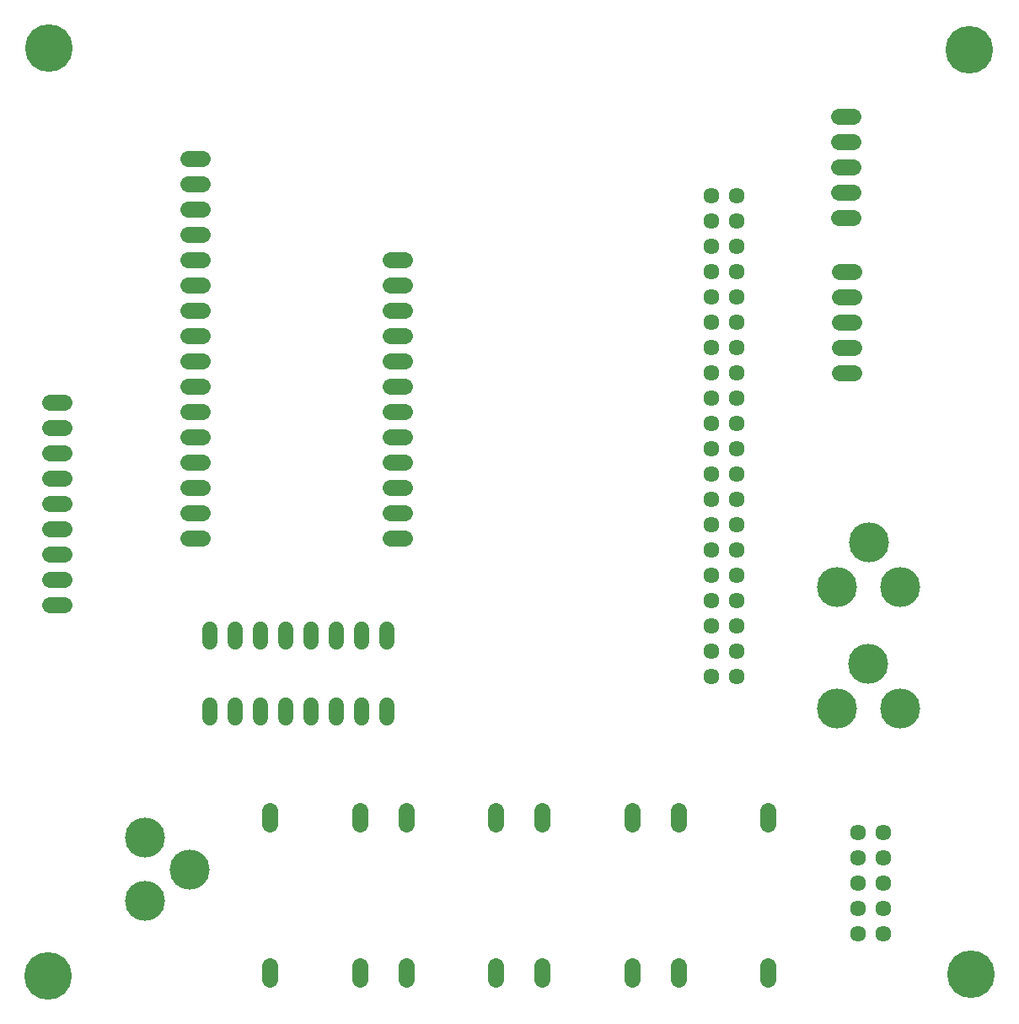
<source format=gbr>
G04 EAGLE Gerber RS-274X export*
G75*
%MOMM*%
%FSLAX34Y34*%
%LPD*%
%INSoldermask Bottom*%
%IPPOS*%
%AMOC8*
5,1,8,0,0,1.08239X$1,22.5*%
G01*
%ADD10C,4.775200*%
%ADD11C,1.524000*%
%ADD12C,1.611200*%
%ADD13C,1.611200*%
%ADD14C,4.013200*%


D10*
X29210Y26670D03*
X29845Y958215D03*
X955040Y956310D03*
X956310Y27940D03*
D11*
X369570Y285496D02*
X369570Y298704D01*
X344170Y298704D02*
X344170Y285496D01*
X217170Y285496D02*
X217170Y298704D01*
X191770Y298704D02*
X191770Y285496D01*
X318770Y285496D02*
X318770Y298704D01*
X293370Y298704D02*
X293370Y285496D01*
X242570Y285496D02*
X242570Y298704D01*
X267970Y298704D02*
X267970Y285496D01*
X191770Y361696D02*
X191770Y374904D01*
X217170Y374904D02*
X217170Y361696D01*
X242570Y361696D02*
X242570Y374904D01*
X267970Y374904D02*
X267970Y361696D01*
X293370Y361696D02*
X293370Y374904D01*
X318770Y374904D02*
X318770Y361696D01*
X344170Y361696D02*
X344170Y374904D01*
X369570Y374904D02*
X369570Y361696D01*
D12*
X373325Y466090D02*
X387405Y466090D01*
X387405Y491490D02*
X373325Y491490D01*
X373325Y516890D02*
X387405Y516890D01*
X387405Y542290D02*
X373325Y542290D01*
X373325Y567690D02*
X387405Y567690D01*
X387405Y593090D02*
X373325Y593090D01*
X373325Y618490D02*
X387405Y618490D01*
X387405Y643890D02*
X373325Y643890D01*
X373325Y669290D02*
X387405Y669290D01*
X387405Y694690D02*
X373325Y694690D01*
X373325Y720090D02*
X387405Y720090D01*
X387405Y745490D02*
X373325Y745490D01*
X184205Y466090D02*
X170125Y466090D01*
X170125Y491490D02*
X184205Y491490D01*
X184205Y516890D02*
X170125Y516890D01*
X170125Y542290D02*
X184205Y542290D01*
X184205Y567690D02*
X170125Y567690D01*
X170125Y593090D02*
X184205Y593090D01*
X184205Y618490D02*
X170125Y618490D01*
X170125Y643890D02*
X184205Y643890D01*
X184205Y669290D02*
X170125Y669290D01*
X170125Y694690D02*
X184205Y694690D01*
X184205Y720090D02*
X170125Y720090D01*
X170125Y745490D02*
X184205Y745490D01*
X184205Y770890D02*
X170125Y770890D01*
X170125Y796290D02*
X184205Y796290D01*
X184205Y821690D02*
X170125Y821690D01*
X170125Y847090D02*
X184205Y847090D01*
D13*
X695960Y809625D03*
X721360Y809625D03*
X721360Y784225D03*
X721360Y758825D03*
X721360Y733425D03*
X721360Y708025D03*
X721360Y682625D03*
X721360Y657225D03*
X721360Y631825D03*
X721360Y606425D03*
X721360Y581025D03*
X721360Y555625D03*
X721360Y530225D03*
X721360Y504825D03*
X721360Y479425D03*
X721360Y454025D03*
X721360Y428625D03*
X721360Y403225D03*
X721360Y377825D03*
X721360Y352425D03*
X721360Y327025D03*
X695960Y784225D03*
X695960Y758825D03*
X695960Y733425D03*
X695960Y708025D03*
X695960Y682625D03*
X695960Y657225D03*
X695960Y631825D03*
X695960Y606425D03*
X695960Y581025D03*
X695960Y555625D03*
X695960Y530225D03*
X695960Y504825D03*
X695960Y479425D03*
X695960Y454025D03*
X695960Y428625D03*
X695960Y403225D03*
X695960Y377825D03*
X695960Y352425D03*
X695960Y327025D03*
D14*
X171450Y133350D03*
X127000Y101600D03*
X127000Y165100D03*
X853440Y339537D03*
X885268Y295142D03*
X821768Y295031D03*
X853595Y461645D03*
X885345Y417195D03*
X821845Y417195D03*
D13*
X843280Y170180D03*
X843280Y144780D03*
X843280Y119380D03*
X843280Y93980D03*
X843280Y68580D03*
X868680Y170180D03*
X868680Y144780D03*
X868680Y119380D03*
X868680Y93980D03*
X868680Y68580D03*
D12*
X45140Y602615D02*
X31060Y602615D01*
X31060Y577215D02*
X45140Y577215D01*
X45140Y551815D02*
X31060Y551815D01*
X31060Y526415D02*
X45140Y526415D01*
X45140Y501015D02*
X31060Y501015D01*
X31060Y475615D02*
X45140Y475615D01*
X45140Y450215D02*
X31060Y450215D01*
X31060Y424815D02*
X45140Y424815D01*
X45140Y399415D02*
X31060Y399415D01*
X525568Y192880D02*
X525568Y178800D01*
X615568Y178800D02*
X615568Y192880D01*
X525568Y36960D02*
X525568Y22880D01*
X615568Y22880D02*
X615568Y36960D01*
X388832Y178800D02*
X388832Y192880D01*
X478832Y192880D02*
X478832Y178800D01*
X388832Y36960D02*
X388832Y22880D01*
X478832Y22880D02*
X478832Y36960D01*
X252095Y178800D02*
X252095Y192880D01*
X342095Y192880D02*
X342095Y178800D01*
X252095Y36960D02*
X252095Y22880D01*
X342095Y22880D02*
X342095Y36960D01*
X662305Y178800D02*
X662305Y192880D01*
X752305Y192880D02*
X752305Y178800D01*
X662305Y36960D02*
X662305Y22880D01*
X752305Y22880D02*
X752305Y36960D01*
X824175Y631825D02*
X838255Y631825D01*
X838255Y657225D02*
X824175Y657225D01*
X824175Y682625D02*
X838255Y682625D01*
X838255Y708025D02*
X824175Y708025D01*
X824175Y733425D02*
X838255Y733425D01*
X837620Y787400D02*
X823540Y787400D01*
X823540Y812800D02*
X837620Y812800D01*
X837620Y838200D02*
X823540Y838200D01*
X823540Y863600D02*
X837620Y863600D01*
X837620Y889000D02*
X823540Y889000D01*
M02*

</source>
